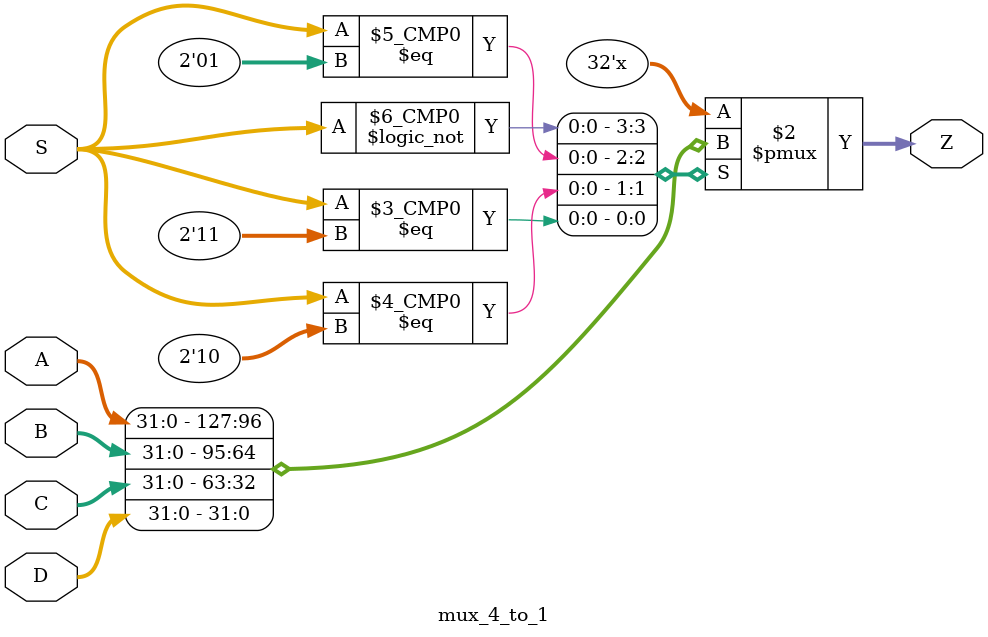
<source format=v>


// The result of translation follows.  Its copyright status should be
// considered unchanged from the original VHDL.

// no timescale needed

module mux_4_to_1(
input wire [N - 1:0] A,
input wire [N - 1:0] B,
input wire [N - 1:0] C,
input wire [N - 1:0] D,
input wire [1:0] S,
output reg [N - 1:0] Z
);

parameter [31:0] N =32;




  always @(S, A, B, C, D) begin
    case(S)
    2'b00 : begin
      Z <= A;
    end
    2'b01 : begin
      Z <= B;
    end
    2'b10 : begin
      Z <= C;
    end
    2'b11 : begin
      Z <= D;
    end
    default : begin
      Z <= A;
    end
    endcase
  end


endmodule

</source>
